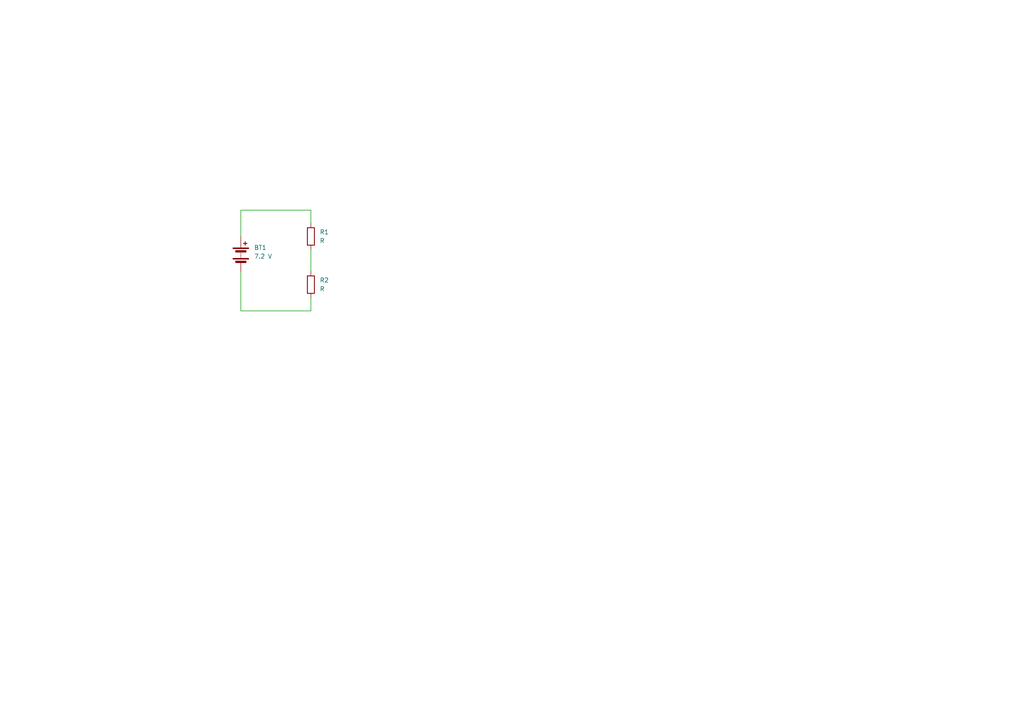
<source format=kicad_sch>
(kicad_sch (version 20231120) (generator "eeschema") (generator_version "8.0")
  (paper "A4")
  (lib_symbols
    (symbol "Device:Battery" (pin_numbers hide) (pin_names (offset 0) hide)
      (property "Reference" "BT" (at 2.54 2.54 0))
      (property "Value" "Battery" (at 2.54 0 0))
      (symbol "Battery_0_1"
        (rectangle (start -2.286 -1.27) (end 2.286 -1.524) (fill (type outline)))
        (rectangle (start -2.286 1.778) (end 2.286 1.524) (fill (type outline)))
        (rectangle (start -1.524 -2.032) (end 1.524 -2.54) (fill (type outline)))
        (rectangle (start -1.524 1.016) (end 1.524 0.508) (fill (type outline)))
        (polyline (pts (xy 0 -1.016) (xy 0 -0.762)))
        (polyline (pts (xy 0 -0.508) (xy 0 -0.254)))
        (polyline (pts (xy 0 0) (xy 0 0.254)))
        (polyline (pts (xy 0 1.778) (xy 0 2.54)))
        (polyline (pts (xy 0.762 3.048) (xy 1.778 3.048)) (stroke (width 0.254)))
        (polyline (pts (xy 1.27 3.556) (xy 1.27 2.54)) (stroke (width 0.254)))
      )
      (symbol "Battery_1_1"
        (pin passive line (at 0 5.08 270) (length 2.54) (name "+") (number "1"))
        (pin passive line (at 0 -5.08 90) (length 2.54) (name "-") (number "2"))
      )
    )
    (symbol "Device:R" (pin_numbers hide) (pin_names (offset 0))
      (property "Reference" "R" (at 2.032 0 90))
      (property "Value" "R" (at 0 0 90))
      (symbol "R_0_1"
        (rectangle (start -1.016 -2.54) (end 1.016 2.54) (stroke (width 0.254)))
      )
      (symbol "R_1_1"
        (pin passive line (at 0 3.81 270) (length 1.27) (name "~") (number "1"))
        (pin passive line (at 0 -3.81 90) (length 1.27) (name "~") (number "2"))
      )
    )
  )
  (wire (pts (xy 90.17 60.96) (xy 90.17 64.77)))
  (wire (pts (xy 90.17 72.39) (xy 90.17 78.74)))
  (wire (pts (xy 69.85 60.96) (xy 90.17 60.96)))
  (wire (pts (xy 69.85 68.58) (xy 69.85 60.96)))
  (wire (pts (xy 69.85 78.74) (xy 69.85 90.17)))
  (wire (pts (xy 69.85 90.17) (xy 90.17 90.17)))
  (wire (pts (xy 90.17 90.17) (xy 90.17 86.36)))
  (symbol (lib_id "Device:R") (at 90.17 68.58 0) (unit 1)
    (property "Reference" "R1" (at 92.71 67.3099 0) (effects (justify left)))
    (property "Value" "R" (at 92.71 69.8499 0) (effects (justify left)))
    (property "Description" "Resistor" (effects (hide yes)))
  )
  (symbol (lib_id "Device:R") (at 90.17 82.55 0) (unit 1)
    (property "Reference" "R2" (at 92.71 81.2799 0) (effects (justify left)))
    (property "Value" "R" (at 92.71 83.8199 0) (effects (justify left)))
    (property "Description" "Resistor" (effects (hide yes)))
  )
  (symbol (lib_id "Device:Battery") (at 69.85 73.66 0) (unit 1)
    (property "Reference" "BT1" (at 73.66 71.8184 0) (effects (justify left)))
    (property "Value" "7.2 V" (at 73.66 74.3584 0) (effects (justify left)))
    (property "Description" "Multiple-cell battery" (effects (hide yes)))
  )
)
</source>
